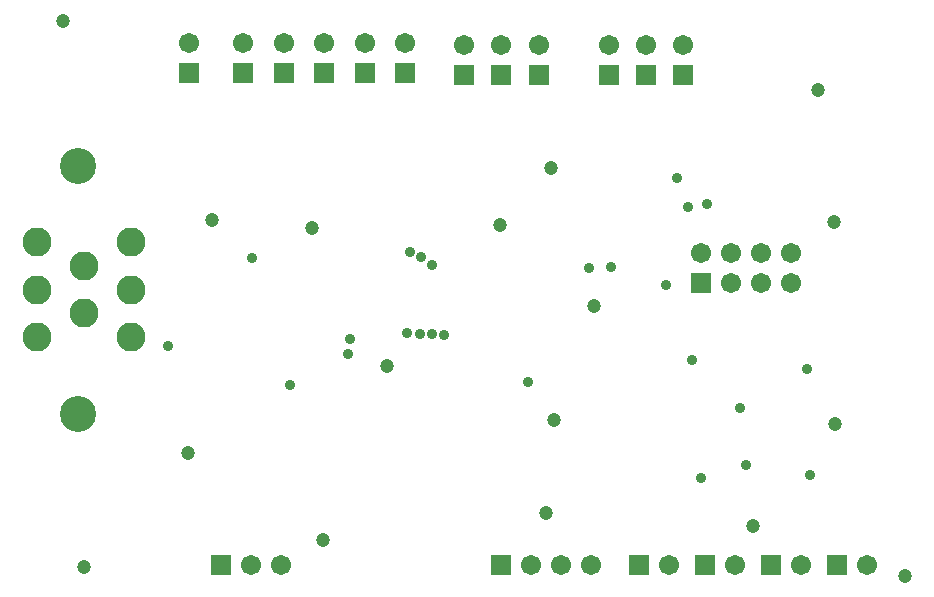
<source format=gbs>
G04*
G04 #@! TF.GenerationSoftware,Altium Limited,Altium Designer,20.1.11 (218)*
G04*
G04 Layer_Color=16711935*
%FSLAX25Y25*%
%MOIN*%
G70*
G04*
G04 #@! TF.SameCoordinates,2A16CBDB-C64F-4E12-ACEB-A9EF2D748E26*
G04*
G04*
G04 #@! TF.FilePolarity,Negative*
G04*
G01*
G75*
%ADD29C,0.12000*%
%ADD30C,0.09700*%
%ADD31C,0.06706*%
%ADD32R,0.06706X0.06706*%
%ADD33R,0.06706X0.06706*%
%ADD34C,0.03556*%
%ADD35C,0.04737*%
D29*
X150531Y241713D02*
D03*
Y159035D02*
D03*
D30*
X136752Y184626D02*
D03*
Y200374D02*
D03*
Y216122D02*
D03*
X152500Y192500D02*
D03*
Y208248D02*
D03*
X168248Y184626D02*
D03*
Y200374D02*
D03*
Y216122D02*
D03*
D31*
X259500Y282500D02*
D03*
X246245Y282630D02*
D03*
X304000Y282000D02*
D03*
X232617Y282630D02*
D03*
X291500Y282000D02*
D03*
X219273Y282630D02*
D03*
X187500Y282500D02*
D03*
X279000Y282000D02*
D03*
X205500Y282630D02*
D03*
X327397Y282000D02*
D03*
X339838D02*
D03*
X352278D02*
D03*
X218000Y108500D02*
D03*
X208000D02*
D03*
X413500D02*
D03*
X301500D02*
D03*
X311500D02*
D03*
X321500D02*
D03*
X391500D02*
D03*
X369500D02*
D03*
X347431D02*
D03*
X368000Y202500D02*
D03*
X378000D02*
D03*
X388000D02*
D03*
X358000Y212500D02*
D03*
X368000D02*
D03*
X378000D02*
D03*
X388000D02*
D03*
D32*
X259500Y272500D02*
D03*
X246245Y272630D02*
D03*
X304000Y272000D02*
D03*
X232617Y272630D02*
D03*
X291500Y272000D02*
D03*
X219273Y272630D02*
D03*
X187500Y272500D02*
D03*
X279000Y272000D02*
D03*
X205500Y272630D02*
D03*
X327397Y272000D02*
D03*
X339838D02*
D03*
X352278D02*
D03*
D33*
X198000Y108500D02*
D03*
X403500D02*
D03*
X291500D02*
D03*
X381500D02*
D03*
X359500D02*
D03*
X337431D02*
D03*
X358000Y202500D02*
D03*
D34*
X373000Y142000D02*
D03*
X300500Y169500D02*
D03*
X353750Y228012D02*
D03*
X355000Y177000D02*
D03*
X393500Y174000D02*
D03*
X394500Y138500D02*
D03*
X221000Y168500D02*
D03*
X208500Y211000D02*
D03*
X371000Y161000D02*
D03*
X360000Y229000D02*
D03*
X346500Y202000D02*
D03*
X350000Y237500D02*
D03*
X328000Y208000D02*
D03*
X320750Y207500D02*
D03*
X264704Y211204D02*
D03*
X268500Y208500D02*
D03*
X261000Y213000D02*
D03*
X240508Y178992D02*
D03*
X241000Y184000D02*
D03*
X272471Y185336D02*
D03*
X268500Y185500D02*
D03*
X260000Y186000D02*
D03*
X264500Y185500D02*
D03*
X180500Y181500D02*
D03*
X358000Y137500D02*
D03*
D35*
X402728Y155626D02*
D03*
X322500Y195000D02*
D03*
X309000Y157000D02*
D03*
X195000Y223500D02*
D03*
X426000Y105000D02*
D03*
X375500Y121500D02*
D03*
X253500Y175000D02*
D03*
X306500Y126000D02*
D03*
X232000Y117000D02*
D03*
X187000Y146000D02*
D03*
X152500Y108000D02*
D03*
X145500Y290000D02*
D03*
X228500Y221000D02*
D03*
X291000Y222000D02*
D03*
X308000Y241000D02*
D03*
X402500Y223000D02*
D03*
X397000Y267000D02*
D03*
M02*

</source>
